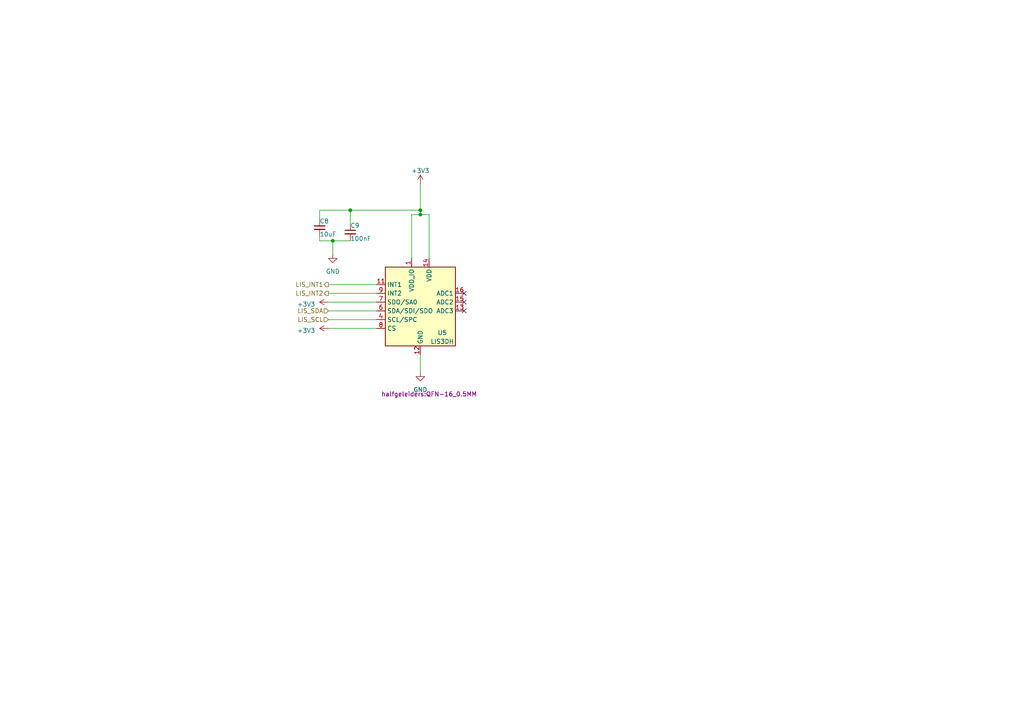
<source format=kicad_sch>
(kicad_sch (version 20210126) (generator eeschema)
  (paper "A4")
  (lib_symbols
    (symbol "Device:C_Small" (pin_numbers hide) (pin_names (offset 0.254) hide)
      (property "Reference" "C" (at 0.254 1.778 0))
      (property "Value" "C_Small" (at 0.254 -2.032 0))
      (symbol "C_Small_0_1"
        (polyline (pts (xy -1.524 -0.508) (xy 1.524 -0.508)) (stroke (width 0.3302)))
        (polyline (pts (xy -1.524 0.508) (xy 1.524 0.508)) (stroke (width 0.3048)))
      )
      (symbol "C_Small_1_1"
        (pin passive line (at 0 2.54 270) (length 2.032) (name "~") (number "1"))
        (pin passive line (at 0 -2.54 90) (length 2.032) (name "~") (number "2"))
      )
    )
    (symbol "Sensor_Motion:LIS3DH"
      (property "Reference" "U" (at -7.62 11.43 0))
      (property "Value" "LIS3DH" (at 6.35 11.43 0))
      (symbol "LIS3DH_0_1"
        (rectangle (start -10.16 10.16) (end 10.16 -12.7) (stroke (width 0.254)) (fill (type background)))
      )
      (symbol "LIS3DH_1_1"
        (pin power_in line (at -2.54 12.7 270) (length 2.54) (name "VDD_IO") (number "1"))
        (pin passive line (at 0 -15.24 90) (length 2.54) hide (name "GND") (number "10"))
        (pin output line (at -12.7 5.08 0) (length 2.54) (name "INT1") (number "11"))
        (pin power_in line (at 0 -15.24 90) (length 2.54) (name "GND") (number "12"))
        (pin input line (at 12.7 -2.54 180) (length 2.54) (name "ADC3") (number "13"))
        (pin power_in line (at 2.54 12.7 270) (length 2.54) (name "VDD") (number "14"))
        (pin input line (at 12.7 0 180) (length 2.54) (name "ADC2") (number "15"))
        (pin input line (at 12.7 2.54 180) (length 2.54) (name "ADC1") (number "16"))
        (pin no_connect line (at 10.16 5.08 180) (length 2.54) hide (name "NC") (number "2"))
        (pin no_connect line (at 10.16 7.62 180) (length 2.54) hide (name "NC") (number "3"))
        (pin input line (at -12.7 -5.08 0) (length 2.54) (name "SCL/SPC") (number "4"))
        (pin passive line (at 0 -15.24 90) (length 2.54) hide (name "GND") (number "5"))
        (pin bidirectional line (at -12.7 -2.54 0) (length 2.54) (name "SDA/SDI/SDO") (number "6"))
        (pin bidirectional line (at -12.7 0 0) (length 2.54) (name "SDO/SA0") (number "7"))
        (pin input line (at -12.7 -7.62 0) (length 2.54) (name "CS") (number "8"))
        (pin output line (at -12.7 2.54 0) (length 2.54) (name "INT2") (number "9"))
      )
    )
    (symbol "power:+3V3" (power) (pin_names (offset 0))
      (property "Value" "+3V3" (at 0 3.556 0))
      (symbol "+3V3_0_1"
        (polyline (pts (xy -0.762 1.27) (xy 0 2.54)))
        (polyline (pts (xy 0 0) (xy 0 2.54)))
        (polyline (pts (xy 0 2.54) (xy 0.762 1.27)))
      )
      (symbol "+3V3_1_1"
        (pin power_in line (at 0 0 90) (length 0) hide (name "+3V3") (number "1"))
      )
    )
    (symbol "power:GND" (power) (pin_names (offset 0))
      (property "Value" "GND" (at 0 -3.81 0))
      (symbol "GND_0_1"
        (polyline (pts (xy 0 0) (xy 0 -1.27) (xy 1.27 -1.27) (xy 0 -2.54) (xy -1.27 -1.27) (xy 0 -1.27)))
      )
      (symbol "GND_1_1"
        (pin power_in line (at 0 0 270) (length 0) hide (name "GND") (number "1"))
      )
    )
  )
  (junction (at 96.52 69.85) (diameter 0.9144))
  (junction (at 101.6 60.96) (diameter 0.9144))
  (junction (at 121.92 60.96) (diameter 0.9144))
  (junction (at 121.92 62.23) (diameter 0.9144))
  (no_connect (at 134.62 85.09))
  (no_connect (at 134.62 87.63))
  (no_connect (at 134.62 90.17))
  (wire (pts (xy 92.71 60.96) (xy 92.71 63.5)))
  (wire (pts (xy 92.71 60.96) (xy 101.6 60.96)))
  (wire (pts (xy 92.71 68.58) (xy 92.71 69.85)))
  (wire (pts (xy 92.71 69.85) (xy 96.52 69.85)))
  (wire (pts (xy 95.25 82.55) (xy 109.22 82.55)))
  (wire (pts (xy 95.25 85.09) (xy 109.22 85.09)))
  (wire (pts (xy 95.25 87.63) (xy 109.22 87.63)))
  (wire (pts (xy 95.25 90.17) (xy 109.22 90.17)))
  (wire (pts (xy 95.25 92.71) (xy 109.22 92.71)))
  (wire (pts (xy 95.25 95.25) (xy 109.22 95.25)))
  (wire (pts (xy 96.52 69.85) (xy 101.6 69.85)))
  (wire (pts (xy 96.52 73.66) (xy 96.52 69.85)))
  (wire (pts (xy 101.6 60.96) (xy 101.6 64.77)))
  (wire (pts (xy 101.6 60.96) (xy 121.92 60.96)))
  (wire (pts (xy 119.38 62.23) (xy 121.92 62.23)))
  (wire (pts (xy 119.38 74.93) (xy 119.38 62.23)))
  (wire (pts (xy 121.92 53.34) (xy 121.92 60.96)))
  (wire (pts (xy 121.92 60.96) (xy 121.92 62.23)))
  (wire (pts (xy 121.92 62.23) (xy 124.46 62.23)))
  (wire (pts (xy 121.92 102.87) (xy 121.92 107.95)))
  (wire (pts (xy 124.46 62.23) (xy 124.46 74.93)))
  (hierarchical_label "LIS_INT1" (shape output) (at 95.25 82.55 180))
  (hierarchical_label "LIS_INT2" (shape output) (at 95.25 85.09 180))
  (hierarchical_label "LIS_SDA" (shape input) (at 95.25 90.17 180))
  (hierarchical_label "LIS_SCL" (shape input) (at 95.25 92.71 180))
  (symbol (lib_id "power:+3V3") (at 95.25 87.63 90) (unit 1)
    (property "Reference" "#PWR0130" (effects hide))
    (property "Value" "+3V3" (at 91.44 88.2649 90) (effects (justify left)))
  )
  (symbol (lib_id "power:+3V3") (at 95.25 95.25 90) (unit 1)
    (property "Reference" "#PWR0131" (effects hide))
    (property "Value" "+3V3" (at 91.44 95.8849 90) (effects (justify left)))
  )
  (symbol (lib_id "power:+3V3") (at 121.92 53.34 0) (unit 1)
    (property "Reference" "#PWR0129" (effects hide))
    (property "Value" "+3V3" (at 121.92 49.53 0))
  )
  (symbol (lib_id "power:GND") (at 96.52 73.66 0) (unit 1)
    (property "Reference" "#PWR0127" (effects hide))
    (property "Value" "GND" (at 96.52 78.74 0))
  )
  (symbol (lib_id "power:GND") (at 121.92 107.95 0) (unit 1)
    (property "Reference" "#PWR0128" (effects hide))
    (property "Value" "GND" (at 121.92 113.03 0))
  )
  (symbol (lib_id "Device:C_Small") (at 92.71 66.04 0) (unit 1)
    (property "Reference" "C8" (at 92.71 64.1349 0) (effects (justify left)))
    (property "Value" "10uF" (at 92.71 67.9449 0) (effects (justify left)))
    (property "Footprint" "vanalles:0402" (effects hide))
  )
  (symbol (lib_id "Device:C_Small") (at 101.6 67.31 0) (unit 1)
    (property "Reference" "C9" (at 101.6 65.4049 0) (effects (justify left)))
    (property "Value" "100nF" (at 101.6 69.2149 0) (effects (justify left)))
    (property "Footprint" "vanalles:0402" (effects hide))
  )
  (symbol (lib_id "Sensor_Motion:LIS3DH") (at 121.92 87.63 0) (unit 1)
    (property "Reference" "U5" (at 128.27 96.52 0))
    (property "Value" "LIS3DH" (at 128.27 99.06 0))
    (property "Footprint" "halfgeleiders:QFN-16_0.5MM" (at 124.46 114.3 0))
    (property "Datasheet" "https://www.st.com/resource/en/datasheet/cd00274221.pdf" (effects hide))
  )
)
</source>
